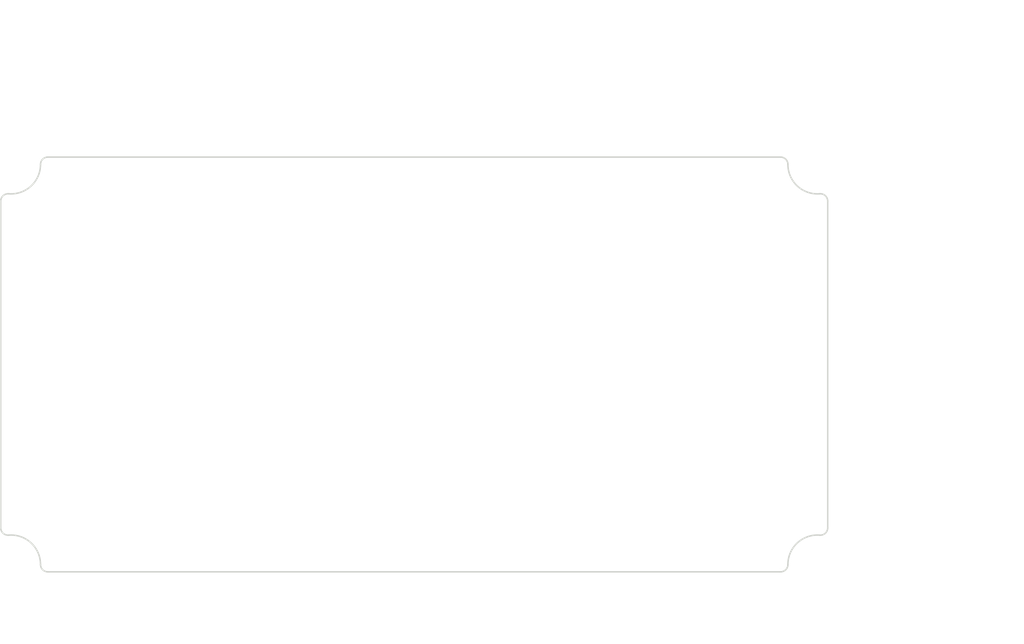
<source format=kicad_pcb>
(kicad_pcb (version 20171130) (host pcbnew "(5.1.0)-1")

  (general
    (thickness 1.6)
    (drawings 48)
    (tracks 0)
    (zones 0)
    (modules 0)
    (nets 1)
  )

  (page A4)
  (layers
    (0 F.Cu signal)
    (31 B.Cu signal)
    (32 B.Adhes user)
    (33 F.Adhes user)
    (34 B.Paste user)
    (35 F.Paste user)
    (36 B.SilkS user)
    (37 F.SilkS user)
    (38 B.Mask user)
    (39 F.Mask user)
    (40 Dwgs.User user)
    (41 Cmts.User user)
    (42 Eco1.User user)
    (43 Eco2.User user)
    (44 Edge.Cuts user)
    (45 Margin user)
    (46 B.CrtYd user)
    (47 F.CrtYd user)
    (48 B.Fab user)
    (49 F.Fab user)
  )

  (setup
    (last_trace_width 0.25)
    (trace_clearance 0.2)
    (zone_clearance 0.508)
    (zone_45_only no)
    (trace_min 0.2)
    (via_size 0.8)
    (via_drill 0.4)
    (via_min_size 0.4)
    (via_min_drill 0.3)
    (uvia_size 0.3)
    (uvia_drill 0.1)
    (uvias_allowed no)
    (uvia_min_size 0.2)
    (uvia_min_drill 0.1)
    (edge_width 0.05)
    (segment_width 0.2)
    (pcb_text_width 0.3)
    (pcb_text_size 1.5 1.5)
    (mod_edge_width 0.12)
    (mod_text_size 1 1)
    (mod_text_width 0.15)
    (pad_size 1.524 1.524)
    (pad_drill 0.762)
    (pad_to_mask_clearance 0.051)
    (solder_mask_min_width 0.25)
    (aux_axis_origin 0 0)
    (visible_elements FFFFFF7F)
    (pcbplotparams
      (layerselection 0x010fc_ffffffff)
      (usegerberextensions false)
      (usegerberattributes false)
      (usegerberadvancedattributes false)
      (creategerberjobfile false)
      (excludeedgelayer true)
      (linewidth 0.152400)
      (plotframeref false)
      (viasonmask false)
      (mode 1)
      (useauxorigin false)
      (hpglpennumber 1)
      (hpglpenspeed 20)
      (hpglpendiameter 15.000000)
      (psnegative false)
      (psa4output false)
      (plotreference true)
      (plotvalue true)
      (plotinvisibletext false)
      (padsonsilk false)
      (subtractmaskfromsilk false)
      (outputformat 1)
      (mirror false)
      (drillshape 1)
      (scaleselection 1)
      (outputdirectory ""))
  )

  (net 0 "")

  (net_class Default "This is the default net class."
    (clearance 0.2)
    (trace_width 0.25)
    (via_dia 0.8)
    (via_drill 0.4)
    (uvia_dia 0.3)
    (uvia_drill 0.1)
  )

  (gr_line (start 94.456329 72.112674) (end 193.901377 72.112674) (layer Edge.Cuts) (width 0.2))
  (gr_line (start 88.056808 78.096274) (end 88.056808 122.473097) (layer Edge.Cuts) (width 0.2))
  (gr_arc (start 89.455128 73.11096) (end 89.136453 77.09945) (angle -94.54852137) (layer Edge.Cuts) (width 0.2))
  (gr_arc (start 89.056808 78.096274) (end 89.136453 77.09945) (angle -94.56815722) (layer Edge.Cuts) (width 0.2))
  (gr_arc (start 94.456329 73.112674) (end 94.456329 72.112674) (angle -89.98036415) (layer Edge.Cuts) (width 0.2))
  (gr_line (start 193.901377 128.456696) (end 94.456329 128.456696) (layer Edge.Cuts) (width 0.2))
  (gr_arc (start 89.056808 122.473097) (end 88.056808 122.473097) (angle -94.56815722) (layer Edge.Cuts) (width 0.2))
  (gr_arc (start 89.455128 127.45841) (end 93.456329 127.457039) (angle -94.54852137) (layer Edge.Cuts) (width 0.2))
  (gr_arc (start 94.456329 127.456696) (end 93.456329 127.457039) (angle -89.98036415) (layer Edge.Cuts) (width 0.2))
  (gr_line (start 200.300898 122.473097) (end 200.300898 78.096274) (layer Edge.Cuts) (width 0.2))
  (gr_arc (start 199.300898 78.096274) (end 200.300898 78.096274) (angle -94.56815722) (layer Edge.Cuts) (width 0.2))
  (gr_arc (start 198.902578 73.11096) (end 194.901377 73.112332) (angle -94.54852137) (layer Edge.Cuts) (width 0.2))
  (gr_arc (start 193.901377 73.112674) (end 194.901377 73.112332) (angle -89.98036415) (layer Edge.Cuts) (width 0.2))
  (gr_arc (start 199.300898 122.473097) (end 199.221253 123.46992) (angle -94.56815722) (layer Edge.Cuts) (width 0.2))
  (gr_arc (start 198.902578 127.45841) (end 199.221253 123.46992) (angle -94.54852137) (layer Edge.Cuts) (width 0.2))
  (gr_arc (start 193.901377 127.456696) (end 193.901377 128.456696) (angle -89.98036415) (layer Edge.Cuts) (width 0.2))
  (gr_text [R0.04] (at 203.495583 136.890766) (layer Dwgs.User)
    (effects (font (size 1.7 1.53) (thickness 0.2125)))
  )
  (gr_text " R1.00" (at 203.495583 133.333331) (layer Dwgs.User)
    (effects (font (size 1.7 1.53) (thickness 0.2125)))
  )
  (gr_line (start 197.024812 135.001305) (end 195.048912 130.228548) (layer Dwgs.User) (width 0.2))
  (gr_line (start 199.024812 135.001305) (end 197.024812 135.001305) (layer Dwgs.User) (width 0.2))
  (gr_text [R0.16] (at 184.836458 119.651287) (layer Dwgs.User)
    (effects (font (size 1.7 1.53) (thickness 0.2125)))
  )
  (gr_text " R4.00" (at 184.836458 116.093852) (layer Dwgs.User)
    (effects (font (size 1.7 1.53) (thickness 0.2125)))
  )
  (gr_line (start 191.307229 117.761826) (end 195.201958 122.734024) (layer Dwgs.User) (width 0.2))
  (gr_line (start 189.307229 117.761826) (end 191.307229 117.761826) (layer Dwgs.User) (width 0.2))
  (gr_text [1.83] (at 212.725492 102.174146) (layer Dwgs.User)
    (effects (font (size 1.7 1.53) (thickness 0.2125)))
  )
  (gr_text " 46.37" (at 212.725492 98.616131) (layer Dwgs.User)
    (effects (font (size 1.7 1.53) (thickness 0.2125)))
  )
  (gr_line (start 212.725492 79.09945) (end 212.725492 96.72667) (layer Dwgs.User) (width 0.2))
  (gr_line (start 212.725492 121.46992) (end 212.725492 103.8427) (layer Dwgs.User) (width 0.2))
  (gr_line (start 200.221253 77.09945) (end 215.900492 77.09945) (layer Dwgs.User) (width 0.2))
  (gr_line (start 200.221253 123.46992) (end 215.900492 123.46992) (layer Dwgs.User) (width 0.2))
  (gr_text [3.99] (at 144.178853 66.487637) (layer Dwgs.User)
    (effects (font (size 1.7 1.53) (thickness 0.2125)))
  )
  (gr_text " 101.45" (at 144.178853 62.930202) (layer Dwgs.User)
    (effects (font (size 1.7 1.53) (thickness 0.2125)))
  )
  (gr_line (start 95.456329 64.598176) (end 139.464562 64.598176) (layer Dwgs.User) (width 0.2))
  (gr_line (start 192.901377 64.598176) (end 148.893144 64.598176) (layer Dwgs.User) (width 0.2))
  (gr_line (start 93.456329 72.112332) (end 93.456329 61.423176) (layer Dwgs.User) (width 0.2))
  (gr_line (start 194.901377 72.112332) (end 194.901377 61.423176) (layer Dwgs.User) (width 0.2))
  (gr_text [2.22] (at 222.933774 102.174146) (layer Dwgs.User)
    (effects (font (size 1.7 1.53) (thickness 0.2125)))
  )
  (gr_text " 56.34" (at 222.933774 98.616131) (layer Dwgs.User)
    (effects (font (size 1.7 1.53) (thickness 0.2125)))
  )
  (gr_line (start 222.933774 126.456696) (end 222.933774 103.8427) (layer Dwgs.User) (width 0.2))
  (gr_line (start 222.933774 74.112674) (end 222.933774 96.72667) (layer Dwgs.User) (width 0.2))
  (gr_line (start 194.901377 128.456696) (end 226.108774 128.456696) (layer Dwgs.User) (width 0.2))
  (gr_line (start 194.901377 72.112674) (end 226.108774 72.112674) (layer Dwgs.User) (width 0.2))
  (gr_text [4.42] (at 144.178853 55.941087) (layer Dwgs.User)
    (effects (font (size 1.7 1.53) (thickness 0.2125)))
  )
  (gr_text " 112.24" (at 144.178853 52.398147) (layer Dwgs.User)
    (effects (font (size 1.7 1.53) (thickness 0.2125)))
  )
  (gr_line (start 198.300898 54.051626) (end 148.883287 54.051626) (layer Dwgs.User) (width 0.2))
  (gr_line (start 90.056808 54.051626) (end 139.474419 54.051626) (layer Dwgs.User) (width 0.2))
  (gr_line (start 200.300898 77.096274) (end 200.300898 50.876626) (layer Dwgs.User) (width 0.2))
  (gr_line (start 88.056808 77.096274) (end 88.056808 50.876626) (layer Dwgs.User) (width 0.2))

)

</source>
